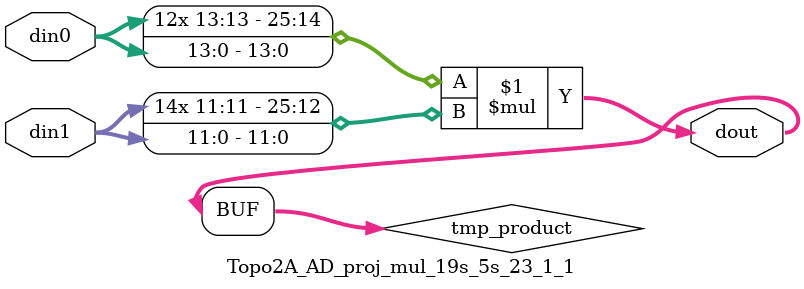
<source format=v>

`timescale 1 ns / 1 ps

 module Topo2A_AD_proj_mul_19s_5s_23_1_1(din0, din1, dout);
parameter ID = 1;
parameter NUM_STAGE = 0;
parameter din0_WIDTH = 14;
parameter din1_WIDTH = 12;
parameter dout_WIDTH = 26;

input [din0_WIDTH - 1 : 0] din0; 
input [din1_WIDTH - 1 : 0] din1; 
output [dout_WIDTH - 1 : 0] dout;

wire signed [dout_WIDTH - 1 : 0] tmp_product;



























assign tmp_product = $signed(din0) * $signed(din1);








assign dout = tmp_product;





















endmodule

</source>
